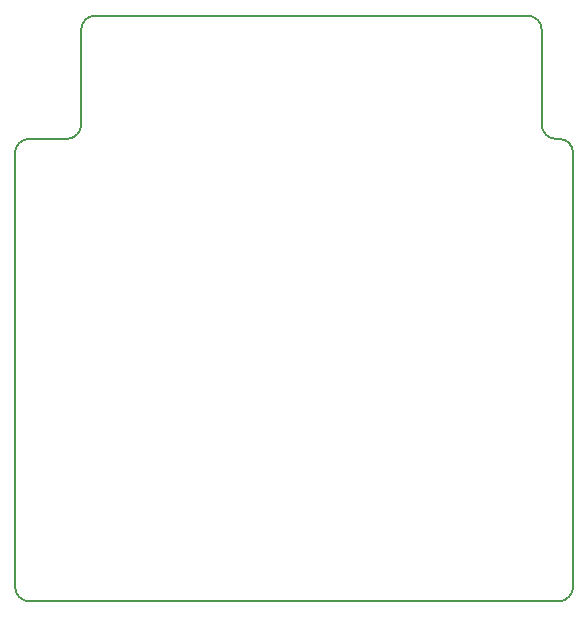
<source format=gbr>
%TF.GenerationSoftware,KiCad,Pcbnew,6.0.6-3a73a75311~116~ubuntu20.04.1*%
%TF.CreationDate,2022-07-23T08:19:23+07:00*%
%TF.ProjectId,CH569Board,43483536-3942-46f6-9172-642e6b696361,rev?*%
%TF.SameCoordinates,Original*%
%TF.FileFunction,Profile,NP*%
%FSLAX46Y46*%
G04 Gerber Fmt 4.6, Leading zero omitted, Abs format (unit mm)*
G04 Created by KiCad (PCBNEW 6.0.6-3a73a75311~116~ubuntu20.04.1) date 2022-07-23 08:19:23*
%MOMM*%
%LPD*%
G01*
G04 APERTURE LIST*
%TA.AperFunction,Profile*%
%ADD10C,0.160000*%
%TD*%
G04 APERTURE END LIST*
D10*
X145028205Y-87443395D02*
G75*
G03*
X146228183Y-88643395I1199995J-5D01*
G01*
X145028183Y-79417279D02*
X145028183Y-87443395D01*
X107228338Y-78217338D02*
G75*
G03*
X106028338Y-79417279I-38J-1199962D01*
G01*
X106028338Y-87443395D02*
X106028338Y-79417279D01*
X101628780Y-88643395D02*
X104828338Y-88643395D01*
X147688156Y-126565943D02*
X147688156Y-89843395D01*
X101628780Y-88643380D02*
G75*
G03*
X100428780Y-89843395I20J-1200020D01*
G01*
X104828338Y-88643438D02*
G75*
G03*
X106028338Y-87443395I-38J1200038D01*
G01*
X146228183Y-88643395D02*
X146488156Y-88643395D01*
X101667249Y-127804412D02*
X146449687Y-127804412D01*
X143828183Y-78217279D02*
X107228338Y-78217279D01*
X146449687Y-127804356D02*
G75*
G03*
X147688156Y-126565943I13J1238456D01*
G01*
X145028221Y-79417279D02*
G75*
G03*
X143828183Y-78217279I-1200021J-21D01*
G01*
X147688205Y-89843395D02*
G75*
G03*
X146488156Y-88643395I-1200005J-5D01*
G01*
X100428688Y-126565943D02*
G75*
G03*
X101667249Y-127804412I1238512J43D01*
G01*
X100428780Y-89843395D02*
X100428780Y-126565943D01*
M02*

</source>
